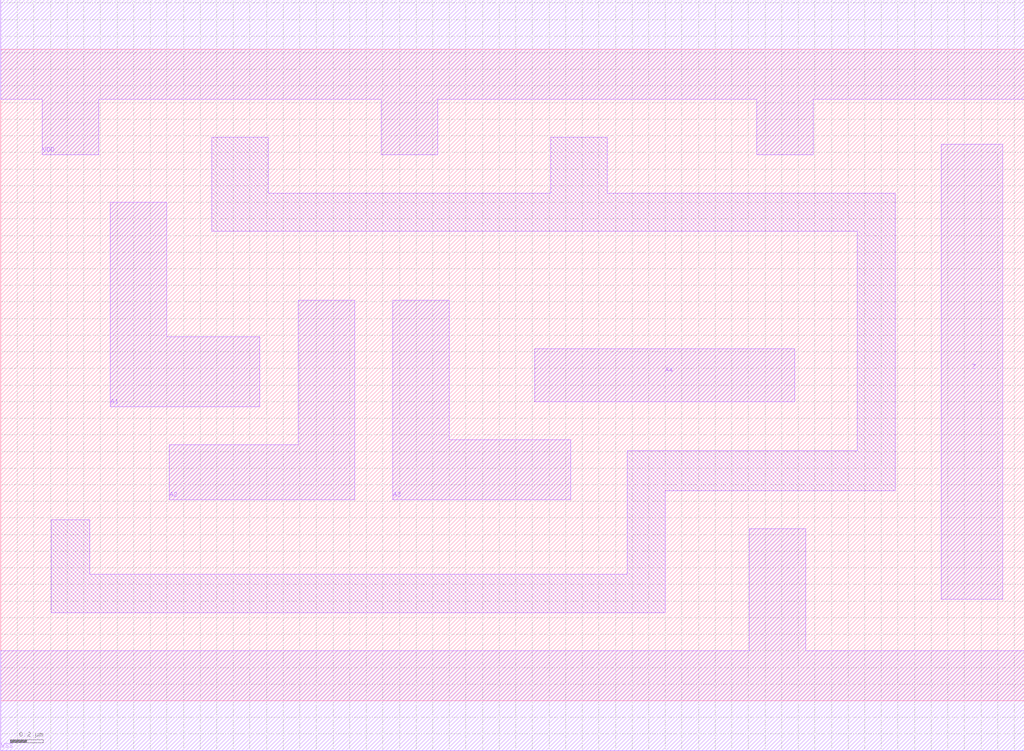
<source format=lef>
# Copyright 2022 GlobalFoundries PDK Authors
#
# Licensed under the Apache License, Version 2.0 (the "License");
# you may not use this file except in compliance with the License.
# You may obtain a copy of the License at
#
#      http://www.apache.org/licenses/LICENSE-2.0
#
# Unless required by applicable law or agreed to in writing, software
# distributed under the License is distributed on an "AS IS" BASIS,
# WITHOUT WARRANTIES OR CONDITIONS OF ANY KIND, either express or implied.
# See the License for the specific language governing permissions and
# limitations under the License.

MACRO gf180mcu_fd_sc_mcu7t5v0__and4_1
  CLASS core ;
  FOREIGN gf180mcu_fd_sc_mcu7t5v0__and4_1 0.0 0.0 ;
  ORIGIN 0 0 ;
  SYMMETRY X Y ;
  SITE GF018hv5v_mcu_sc7 ;
  SIZE 6.16 BY 3.92 ;
  PIN A1
    DIRECTION INPUT ;
    ANTENNAGATEAREA 0.552 ;
    PORT
      LAYER METAL1 ;
        POLYGON 0.66 1.77 1.56 1.77 1.56 2.19 1 2.19 1 3 0.66 3  ;
    END
  END A1
  PIN A2
    DIRECTION INPUT ;
    ANTENNAGATEAREA 0.552 ;
    PORT
      LAYER METAL1 ;
        POLYGON 1.015 1.21 2.13 1.21 2.13 2.41 1.79 2.41 1.79 1.54 1.015 1.54  ;
    END
  END A2
  PIN A3
    DIRECTION INPUT ;
    ANTENNAGATEAREA 0.552 ;
    PORT
      LAYER METAL1 ;
        POLYGON 2.36 1.21 3.43 1.21 3.43 1.57 2.7 1.57 2.7 2.41 2.36 2.41  ;
    END
  END A3
  PIN A4
    DIRECTION INPUT ;
    ANTENNAGATEAREA 0.552 ;
    PORT
      LAYER METAL1 ;
        POLYGON 3.215 1.8 4.78 1.8 4.78 2.12 3.215 2.12  ;
    END
  END A4
  PIN Z
    DIRECTION OUTPUT ;
    ANTENNADIFFAREA 0.8954 ;
    PORT
      LAYER METAL1 ;
        POLYGON 5.66 0.61 6.03 0.61 6.03 3.35 5.66 3.35  ;
    END
  END Z
  PIN VDD
    DIRECTION INOUT ;
    USE power ;
    SHAPE ABUTMENT ;
    PORT
      LAYER METAL1 ;
        POLYGON 0 3.62 0.25 3.62 0.25 3.285 0.59 3.285 0.59 3.62 2.29 3.62 2.29 3.285 2.63 3.285 2.63 3.62 4.55 3.62 4.55 3.285 4.89 3.285 4.89 3.62 5.385 3.62 6.16 3.62 6.16 4.22 5.385 4.22 0 4.22  ;
    END
  END VDD
  PIN VSS
    DIRECTION INOUT ;
    USE ground ;
    SHAPE ABUTMENT ;
    PORT
      LAYER METAL1 ;
        POLYGON 0 -0.3 6.16 -0.3 6.16 0.3 4.845 0.3 4.845 1.035 4.505 1.035 4.505 0.3 0 0.3  ;
    END
  END VSS
  OBS
      LAYER METAL1 ;
        POLYGON 1.27 2.825 5.155 2.825 5.155 1.505 3.77 1.505 3.77 0.76 0.535 0.76 0.535 1.09 0.305 1.09 0.305 0.53 4 0.53 4 1.265 5.385 1.265 5.385 3.055 3.65 3.055 3.65 3.39 3.31 3.39 3.31 3.055 1.61 3.055 1.61 3.39 1.27 3.39  ;
  END
END gf180mcu_fd_sc_mcu7t5v0__and4_1

</source>
